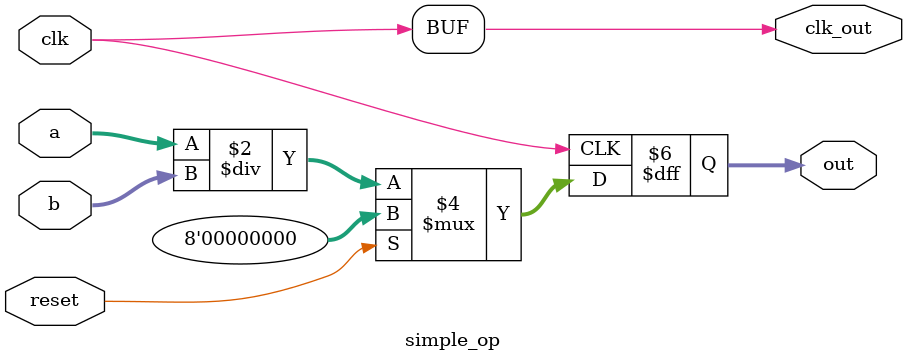
<source format=v>
module simple_op(
    clk,
    reset,
    a,
    b,    
    out,
    clk_out
    );

    input   clk;
    input   reset;
    input   [3:0] a,b;

    output  [7:0] out;
    output  clk_out;

    assign clk_out = clk;

    always @(posedge clk)
    begin
        case(reset)
            1'b0:       out <= a / b;
            default:    out <= 1'b0;
        endcase
    end
endmodule

</source>
